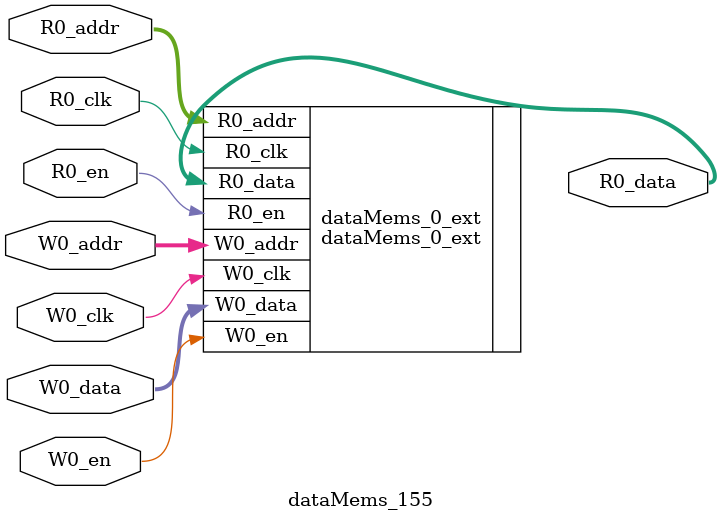
<source format=sv>
`ifndef RANDOMIZE
  `ifdef RANDOMIZE_REG_INIT
    `define RANDOMIZE
  `endif // RANDOMIZE_REG_INIT
`endif // not def RANDOMIZE
`ifndef RANDOMIZE
  `ifdef RANDOMIZE_MEM_INIT
    `define RANDOMIZE
  `endif // RANDOMIZE_MEM_INIT
`endif // not def RANDOMIZE

`ifndef RANDOM
  `define RANDOM $random
`endif // not def RANDOM

// Users can define 'PRINTF_COND' to add an extra gate to prints.
`ifndef PRINTF_COND_
  `ifdef PRINTF_COND
    `define PRINTF_COND_ (`PRINTF_COND)
  `else  // PRINTF_COND
    `define PRINTF_COND_ 1
  `endif // PRINTF_COND
`endif // not def PRINTF_COND_

// Users can define 'ASSERT_VERBOSE_COND' to add an extra gate to assert error printing.
`ifndef ASSERT_VERBOSE_COND_
  `ifdef ASSERT_VERBOSE_COND
    `define ASSERT_VERBOSE_COND_ (`ASSERT_VERBOSE_COND)
  `else  // ASSERT_VERBOSE_COND
    `define ASSERT_VERBOSE_COND_ 1
  `endif // ASSERT_VERBOSE_COND
`endif // not def ASSERT_VERBOSE_COND_

// Users can define 'STOP_COND' to add an extra gate to stop conditions.
`ifndef STOP_COND_
  `ifdef STOP_COND
    `define STOP_COND_ (`STOP_COND)
  `else  // STOP_COND
    `define STOP_COND_ 1
  `endif // STOP_COND
`endif // not def STOP_COND_

// Users can define INIT_RANDOM as general code that gets injected into the
// initializer block for modules with registers.
`ifndef INIT_RANDOM
  `define INIT_RANDOM
`endif // not def INIT_RANDOM

// If using random initialization, you can also define RANDOMIZE_DELAY to
// customize the delay used, otherwise 0.002 is used.
`ifndef RANDOMIZE_DELAY
  `define RANDOMIZE_DELAY 0.002
`endif // not def RANDOMIZE_DELAY

// Define INIT_RANDOM_PROLOG_ for use in our modules below.
`ifndef INIT_RANDOM_PROLOG_
  `ifdef RANDOMIZE
    `ifdef VERILATOR
      `define INIT_RANDOM_PROLOG_ `INIT_RANDOM
    `else  // VERILATOR
      `define INIT_RANDOM_PROLOG_ `INIT_RANDOM #`RANDOMIZE_DELAY begin end
    `endif // VERILATOR
  `else  // RANDOMIZE
    `define INIT_RANDOM_PROLOG_
  `endif // RANDOMIZE
`endif // not def INIT_RANDOM_PROLOG_

// Include register initializers in init blocks unless synthesis is set
`ifndef SYNTHESIS
  `ifndef ENABLE_INITIAL_REG_
    `define ENABLE_INITIAL_REG_
  `endif // not def ENABLE_INITIAL_REG_
`endif // not def SYNTHESIS

// Include rmemory initializers in init blocks unless synthesis is set
`ifndef SYNTHESIS
  `ifndef ENABLE_INITIAL_MEM_
    `define ENABLE_INITIAL_MEM_
  `endif // not def ENABLE_INITIAL_MEM_
`endif // not def SYNTHESIS

module dataMems_155(	// @[generators/ara/src/main/scala/UnsafeAXI4ToTL.scala:365:62]
  input  [4:0]   R0_addr,
  input          R0_en,
  input          R0_clk,
  output [130:0] R0_data,
  input  [4:0]   W0_addr,
  input          W0_en,
  input          W0_clk,
  input  [130:0] W0_data
);

  dataMems_0_ext dataMems_0_ext (	// @[generators/ara/src/main/scala/UnsafeAXI4ToTL.scala:365:62]
    .R0_addr (R0_addr),
    .R0_en   (R0_en),
    .R0_clk  (R0_clk),
    .R0_data (R0_data),
    .W0_addr (W0_addr),
    .W0_en   (W0_en),
    .W0_clk  (W0_clk),
    .W0_data (W0_data)
  );
endmodule


</source>
